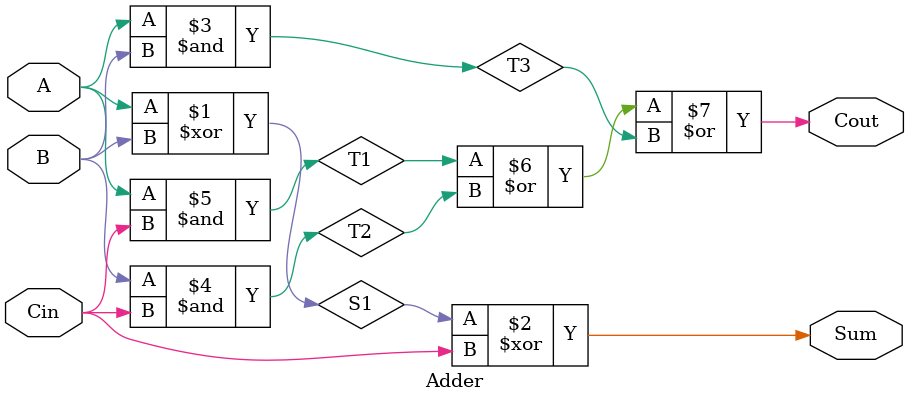
<source format=v>
module Adder(
	input A,B,Cin,				//input declarations
	output Sum,Cout);			//output declarations
	
	wire S1,T1,T2,T3;			//intermediate or internal connections between the gates
	
//structural code for the full adder

xor U1(S1,A,B); 				// 2 input xor gate with S1 output
xor U2(Sum,S1,Cin);			// 2 input xor gate with Sum output

and U3(T3,A,B);				// 2 input and gate with T3 output
and U4(T2,B,Cin);				// 2 input and gate with T2 output
and U5(T1,A,Cin);				// 2 input and gate with T1 output

or U6(Cout,T1,T2,T3);		// 3 input or gate with Cout output

endmodule
</source>
